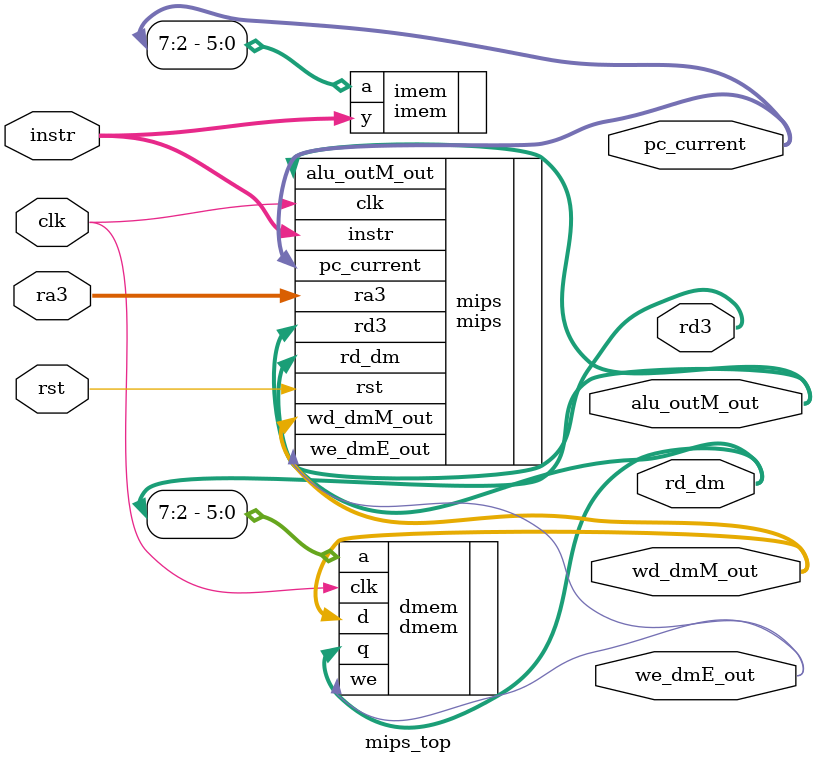
<source format=v>
module mips_top(
		input wire			clk,
		input wire			rst,
		input wire [4:0]	ra3,
		input wire [31:0] 	instr,
		output wire			we_dmE_out,
		output wire [31:0]	rd_dm,
		output wire [31:0]	pc_current,
		output wire [31:0]	alu_outM_out,
		output wire [31:0]	wd_dmM_out,
		output wire [31:0]	rd3
		);
    wire [31:0] DONT_USE;
    mips mips (
    	.clk			(clk),
    	.rst			(rst),
    	.ra3			(ra3),
    	.instr			(instr),
    	.rd_dm			(rd_dm),
    	.we_dmE_out		(we_dmE_out),
    	.pc_current		(pc_current),
    	.alu_outM_out 	(alu_outM_out),
    	.wd_dmM_out		(wd_dmM_out),
    	.rd3			(rd3)
    	);
    
    
    imem imem (
    	.a			(pc_current[7:2]),
    	.y			(instr)
		);
    dmem dmem (
    	.clk	(clk),
    	.we		(we_dmE_out),
    	.a		(alu_outM_out[7:2]),
    	.d		(wd_dmM_out),
    	.q		(rd_dm)
    	);
endmodule
</source>
